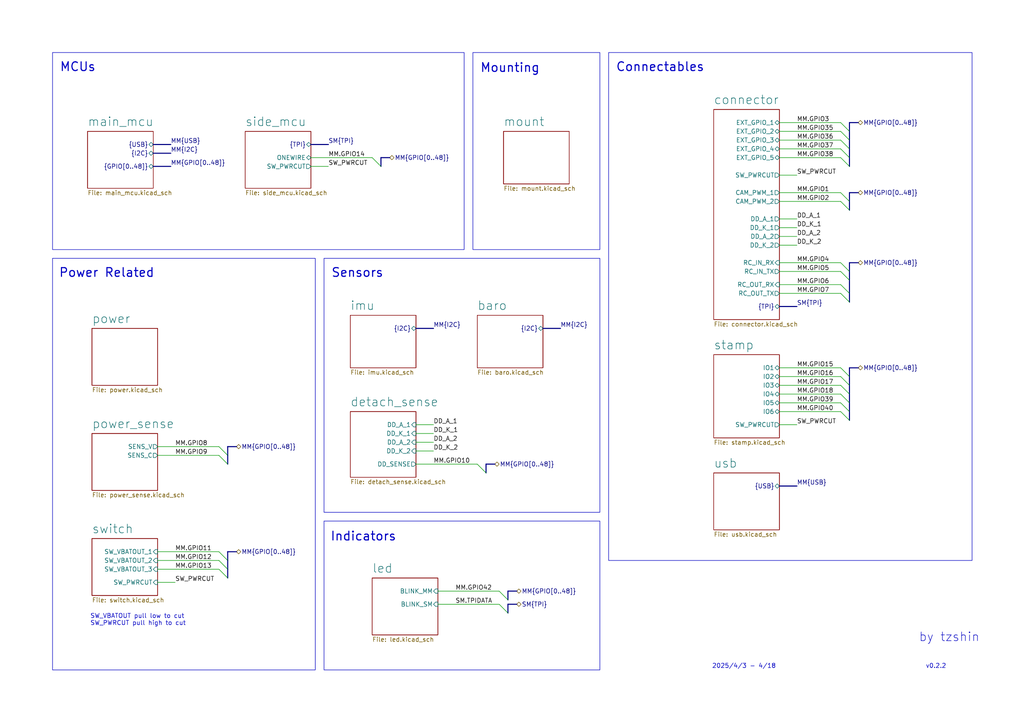
<source format=kicad_sch>
(kicad_sch
	(version 20250114)
	(generator "eeschema")
	(generator_version "9.0")
	(uuid "8eb0a75f-d01a-4f77-b089-39fac6868a70")
	(paper "A4")
	(lib_symbols)
	(bus_alias "USB"
		(members "D-" "D+")
	)
	(rectangle
		(start 137.16 15.24)
		(end 173.99 72.39)
		(stroke
			(width 0)
			(type default)
		)
		(fill
			(type none)
		)
		(uuid 17e7e47a-a92f-4e6a-b128-d86efe2d3464)
	)
	(rectangle
		(start 176.53 15.24)
		(end 281.94 162.56)
		(stroke
			(width 0)
			(type default)
		)
		(fill
			(type none)
		)
		(uuid 65601365-51c8-400e-b6fb-fe9cc37ccc80)
	)
	(rectangle
		(start 93.98 74.93)
		(end 173.99 148.59)
		(stroke
			(width 0)
			(type default)
		)
		(fill
			(type none)
		)
		(uuid 890bb025-b52b-4a4d-8aa8-a03cff2d4620)
	)
	(rectangle
		(start 15.24 74.93)
		(end 91.44 194.31)
		(stroke
			(width 0)
			(type default)
		)
		(fill
			(type none)
		)
		(uuid c75d29a0-150a-4f72-a153-57fc3ea6ccb7)
	)
	(rectangle
		(start 93.98 151.13)
		(end 173.99 194.31)
		(stroke
			(width 0)
			(type default)
		)
		(fill
			(type none)
		)
		(uuid f4889155-a62b-4a7f-b9a9-51d104ef10d8)
	)
	(rectangle
		(start 15.24 15.24)
		(end 134.62 72.39)
		(stroke
			(width 0)
			(type default)
		)
		(fill
			(type none)
		)
		(uuid fcb5d88e-5084-4f8f-8284-67bc93bdf9ee)
	)
	(text "MCUs"
		(exclude_from_sim no)
		(at 17.272 19.558 0)
		(effects
			(font
				(size 2.54 2.54)
				(thickness 0.3175)
			)
			(justify left)
		)
		(uuid "047da27a-622f-4a1b-a3fa-bd473728c2aa")
	)
	(text "Mounting"
		(exclude_from_sim no)
		(at 139.192 19.812 0)
		(effects
			(font
				(size 2.54 2.54)
				(thickness 0.3175)
			)
			(justify left)
		)
		(uuid "4072360b-c5a5-4af9-abbf-f60308f4fb5d")
	)
	(text "Sensors"
		(exclude_from_sim no)
		(at 96.012 79.248 0)
		(effects
			(font
				(size 2.54 2.54)
				(thickness 0.3175)
			)
			(justify left)
		)
		(uuid "42f2489d-09f6-4a27-b30f-35df143ecd50")
	)
	(text "v0.2.2"
		(exclude_from_sim no)
		(at 268.478 193.294 0)
		(effects
			(font
				(size 1.27 1.27)
			)
			(justify left)
		)
		(uuid "43bf0dc5-7bca-4ab4-9e9a-262b0eca751e")
	)
	(text "SW_VBATOUT pull low to cut\nSW_PWRCUT pull high to cut"
		(exclude_from_sim no)
		(at 26.162 179.832 0)
		(effects
			(font
				(size 1.27 1.27)
			)
			(justify left)
		)
		(uuid "495829cf-53c1-4415-bc33-d78ca1837d7d")
	)
	(text "2025/4/3 - 4/18"
		(exclude_from_sim no)
		(at 206.502 193.294 0)
		(effects
			(font
				(size 1.27 1.27)
			)
			(justify left)
		)
		(uuid "833ff039-e3b4-4251-a4ea-8b23007a88ff")
	)
	(text "by tzshin"
		(exclude_from_sim no)
		(at 275.336 184.912 0)
		(effects
			(font
				(size 2.54 2.54)
			)
		)
		(uuid "a2350d85-c85c-46c9-8eaf-89e747d6bf63")
	)
	(text "Connectables"
		(exclude_from_sim no)
		(at 178.562 19.558 0)
		(effects
			(font
				(size 2.54 2.54)
				(thickness 0.3175)
			)
			(justify left)
		)
		(uuid "ceab388c-8a49-452f-9ce0-6507f6988e42")
	)
	(text "Power Related"
		(exclude_from_sim no)
		(at 17.018 79.248 0)
		(effects
			(font
				(size 2.54 2.54)
				(thickness 0.3175)
			)
			(justify left)
		)
		(uuid "e3635ee6-86db-462a-9cf0-a36c4b7d38b3")
	)
	(text "Indicators"
		(exclude_from_sim no)
		(at 95.758 155.702 0)
		(effects
			(font
				(size 2.54 2.54)
				(thickness 0.3175)
			)
			(justify left)
		)
		(uuid "f0a7d829-28bd-40ee-8f92-220d91870ad3")
	)
	(bus_entry
		(at 243.84 111.76)
		(size 2.54 2.54)
		(stroke
			(width 0)
			(type default)
		)
		(uuid "01ac0beb-d3ac-4ae2-af6e-3a3d141daee3")
	)
	(bus_entry
		(at 243.84 119.38)
		(size 2.54 2.54)
		(stroke
			(width 0)
			(type default)
		)
		(uuid "17909d93-99d8-47d6-a22c-b8e255f7ede5")
	)
	(bus_entry
		(at 243.84 114.3)
		(size 2.54 2.54)
		(stroke
			(width 0)
			(type default)
		)
		(uuid "1978fc55-3add-4e27-ab46-c03d41e393ec")
	)
	(bus_entry
		(at 243.84 35.56)
		(size 2.54 2.54)
		(stroke
			(width 0)
			(type default)
		)
		(uuid "1b5c67b5-50a1-4e49-9f48-eda12dcf71ea")
	)
	(bus_entry
		(at 243.84 78.74)
		(size 2.54 2.54)
		(stroke
			(width 0)
			(type default)
		)
		(uuid "1e0b04ae-20c1-4af7-8568-da98ce247380")
	)
	(bus_entry
		(at 63.5 160.02)
		(size 2.54 2.54)
		(stroke
			(width 0)
			(type default)
		)
		(uuid "1ee3cc9e-379f-44a8-aa6c-5c8bc4e3d445")
	)
	(bus_entry
		(at 243.84 85.09)
		(size 2.54 2.54)
		(stroke
			(width 0)
			(type default)
		)
		(uuid "215d6896-fb97-4f96-9b72-77f1936d2afd")
	)
	(bus_entry
		(at 243.84 43.18)
		(size 2.54 2.54)
		(stroke
			(width 0)
			(type default)
		)
		(uuid "241d4667-df3a-4d18-b02d-ceb4df0e847a")
	)
	(bus_entry
		(at 107.95 45.72)
		(size 2.54 2.54)
		(stroke
			(width 0)
			(type default)
		)
		(uuid "3416180d-2e70-4c65-a823-5ca54d974a7d")
	)
	(bus_entry
		(at 243.84 116.84)
		(size 2.54 2.54)
		(stroke
			(width 0)
			(type default)
		)
		(uuid "3f25342e-8476-46de-b6f0-0d0b89817457")
	)
	(bus_entry
		(at 147.32 177.8)
		(size -2.54 -2.54)
		(stroke
			(width 0)
			(type default)
		)
		(uuid "47d49598-6074-49d3-8470-43858a6e7aab")
	)
	(bus_entry
		(at 243.84 45.72)
		(size 2.54 2.54)
		(stroke
			(width 0)
			(type default)
		)
		(uuid "48e471a4-f472-46dc-8385-3953152022a4")
	)
	(bus_entry
		(at 63.5 132.08)
		(size 2.54 2.54)
		(stroke
			(width 0)
			(type default)
		)
		(uuid "62ea3970-47c1-4a45-8163-c02d64055b04")
	)
	(bus_entry
		(at 243.84 40.64)
		(size 2.54 2.54)
		(stroke
			(width 0)
			(type default)
		)
		(uuid "715ff597-78dc-4725-a399-2fe90874a500")
	)
	(bus_entry
		(at 243.84 106.68)
		(size 2.54 2.54)
		(stroke
			(width 0)
			(type default)
		)
		(uuid "885a73c9-8c02-4f72-8aa4-d9151b2e0214")
	)
	(bus_entry
		(at 243.84 58.42)
		(size 2.54 2.54)
		(stroke
			(width 0)
			(type default)
		)
		(uuid "8d2dcbb6-90aa-4209-a323-0b43a9ecdd54")
	)
	(bus_entry
		(at 147.32 173.99)
		(size -2.54 -2.54)
		(stroke
			(width 0)
			(type default)
		)
		(uuid "a42a1bbc-fcd4-4fa7-ab56-698c71cfe02b")
	)
	(bus_entry
		(at 63.5 129.54)
		(size 2.54 2.54)
		(stroke
			(width 0)
			(type default)
		)
		(uuid "a8619d82-842f-403e-accd-065c78639a40")
	)
	(bus_entry
		(at 243.84 82.55)
		(size 2.54 2.54)
		(stroke
			(width 0)
			(type default)
		)
		(uuid "b8a9b7f6-3c6e-4379-9dd5-e7e2b4fbc7e6")
	)
	(bus_entry
		(at 243.84 38.1)
		(size 2.54 2.54)
		(stroke
			(width 0)
			(type default)
		)
		(uuid "bd16fb70-337d-40f6-91c1-ddc4f203d30e")
	)
	(bus_entry
		(at 243.84 55.88)
		(size 2.54 2.54)
		(stroke
			(width 0)
			(type default)
		)
		(uuid "be285932-5e99-46d9-bb54-340619641a5a")
	)
	(bus_entry
		(at 63.5 162.56)
		(size 2.54 2.54)
		(stroke
			(width 0)
			(type default)
		)
		(uuid "c560052e-dbb6-48e4-b39f-89c03b77a2d3")
	)
	(bus_entry
		(at 63.5 165.1)
		(size 2.54 2.54)
		(stroke
			(width 0)
			(type default)
		)
		(uuid "caf5a821-556d-406c-a303-e30613e7ef87")
	)
	(bus_entry
		(at 243.84 76.2)
		(size 2.54 2.54)
		(stroke
			(width 0)
			(type default)
		)
		(uuid "d1a220c6-90e5-4572-ba09-d25f71f8e5fd")
	)
	(bus_entry
		(at 243.84 109.22)
		(size 2.54 2.54)
		(stroke
			(width 0)
			(type default)
		)
		(uuid "d534109d-fe02-45d4-84a0-3765478c0aa1")
	)
	(bus_entry
		(at 138.43 134.62)
		(size 2.54 2.54)
		(stroke
			(width 0)
			(type default)
		)
		(uuid "f275f7e0-629c-4e01-b9de-0f9bfc3fd18f")
	)
	(bus
		(pts
			(xy 246.38 114.3) (xy 246.38 116.84)
		)
		(stroke
			(width 0)
			(type default)
		)
		(uuid "006330ab-e010-45da-a6a8-d1a099518228")
	)
	(bus
		(pts
			(xy 226.06 140.97) (xy 231.14 140.97)
		)
		(stroke
			(width 0)
			(type default)
		)
		(uuid "056d4e5d-db74-4f57-ae2a-34e9cae85442")
	)
	(wire
		(pts
			(xy 120.65 128.27) (xy 125.73 128.27)
		)
		(stroke
			(width 0)
			(type default)
		)
		(uuid "085acbd9-8eaf-48fe-83d1-479a4d5edadd")
	)
	(wire
		(pts
			(xy 226.06 119.38) (xy 243.84 119.38)
		)
		(stroke
			(width 0)
			(type default)
		)
		(uuid "0d5ebef7-ef06-4cd1-81e1-5b8497bbdf51")
	)
	(bus
		(pts
			(xy 246.38 85.09) (xy 246.38 87.63)
		)
		(stroke
			(width 0)
			(type default)
		)
		(uuid "10c7725c-86ac-4b51-b924-aa2d4228ad7f")
	)
	(wire
		(pts
			(xy 90.17 45.72) (xy 107.95 45.72)
		)
		(stroke
			(width 0)
			(type default)
		)
		(uuid "10e84a7b-94eb-41f6-900a-9a54dea21c07")
	)
	(bus
		(pts
			(xy 246.38 35.56) (xy 248.92 35.56)
		)
		(stroke
			(width 0)
			(type default)
		)
		(uuid "174935cb-f763-4f5b-b0d6-5416dba99f62")
	)
	(bus
		(pts
			(xy 246.38 106.68) (xy 246.38 109.22)
		)
		(stroke
			(width 0)
			(type default)
		)
		(uuid "17d9a0e3-9b0f-4f16-b12c-5ba52281ff3c")
	)
	(bus
		(pts
			(xy 44.45 41.91) (xy 49.53 41.91)
		)
		(stroke
			(width 0)
			(type default)
		)
		(uuid "19f2f49a-03f2-48fc-9ed1-5ad455e135b0")
	)
	(bus
		(pts
			(xy 66.04 160.02) (xy 68.58 160.02)
		)
		(stroke
			(width 0)
			(type default)
		)
		(uuid "1be9ccf7-bce3-4148-a828-62b7f932d190")
	)
	(bus
		(pts
			(xy 246.38 76.2) (xy 248.92 76.2)
		)
		(stroke
			(width 0)
			(type default)
		)
		(uuid "201171d8-b8c3-495a-80f3-c06c778210e5")
	)
	(wire
		(pts
			(xy 226.06 40.64) (xy 243.84 40.64)
		)
		(stroke
			(width 0)
			(type default)
		)
		(uuid "267b3989-cd6f-48d0-870c-0f0900477e20")
	)
	(bus
		(pts
			(xy 147.32 175.26) (xy 149.86 175.26)
		)
		(stroke
			(width 0)
			(type default)
		)
		(uuid "26de2288-8e1a-49b9-92f8-df46bf705c77")
	)
	(bus
		(pts
			(xy 110.49 45.72) (xy 113.03 45.72)
		)
		(stroke
			(width 0)
			(type default)
		)
		(uuid "296b3729-23a8-48d0-9eb0-6fe0a1ed6308")
	)
	(bus
		(pts
			(xy 246.38 58.42) (xy 246.38 60.96)
		)
		(stroke
			(width 0)
			(type default)
		)
		(uuid "2a326f4b-6381-4de9-8d03-a06b7eda5434")
	)
	(bus
		(pts
			(xy 246.38 38.1) (xy 246.38 40.64)
		)
		(stroke
			(width 0)
			(type default)
		)
		(uuid "2afec845-15ea-4888-a389-df10e2b8567e")
	)
	(wire
		(pts
			(xy 226.06 38.1) (xy 243.84 38.1)
		)
		(stroke
			(width 0)
			(type default)
		)
		(uuid "336745b1-a820-473f-81c6-022ed98d26e6")
	)
	(bus
		(pts
			(xy 44.45 48.26) (xy 49.53 48.26)
		)
		(stroke
			(width 0)
			(type default)
		)
		(uuid "36168938-b682-4bc3-a95d-a0e82369412e")
	)
	(wire
		(pts
			(xy 226.06 116.84) (xy 243.84 116.84)
		)
		(stroke
			(width 0)
			(type default)
		)
		(uuid "373fff89-55bc-42c4-b710-dd2051e34160")
	)
	(bus
		(pts
			(xy 66.04 129.54) (xy 66.04 132.08)
		)
		(stroke
			(width 0)
			(type default)
		)
		(uuid "374681ec-e97b-421d-b135-c12f422e4f4a")
	)
	(wire
		(pts
			(xy 45.72 162.56) (xy 63.5 162.56)
		)
		(stroke
			(width 0)
			(type default)
		)
		(uuid "381a5f32-7993-42be-9c38-26f99ce63882")
	)
	(bus
		(pts
			(xy 90.17 41.91) (xy 95.25 41.91)
		)
		(stroke
			(width 0)
			(type default)
		)
		(uuid "402987e3-34f1-40da-9542-16d767469527")
	)
	(wire
		(pts
			(xy 127 171.45) (xy 144.78 171.45)
		)
		(stroke
			(width 0)
			(type default)
		)
		(uuid "4119340c-4b10-4e01-a586-3e7f2538624b")
	)
	(bus
		(pts
			(xy 246.38 106.68) (xy 248.92 106.68)
		)
		(stroke
			(width 0)
			(type default)
		)
		(uuid "42d4072e-28e5-40cf-a412-003e06c2e597")
	)
	(wire
		(pts
			(xy 226.06 68.58) (xy 231.14 68.58)
		)
		(stroke
			(width 0)
			(type default)
		)
		(uuid "4457d14f-c55d-433a-b1f4-ba6bd442b00e")
	)
	(wire
		(pts
			(xy 226.06 71.12) (xy 231.14 71.12)
		)
		(stroke
			(width 0)
			(type default)
		)
		(uuid "46dcd7a1-b901-4cd7-be7f-dc5343e849c7")
	)
	(wire
		(pts
			(xy 120.65 134.62) (xy 138.43 134.62)
		)
		(stroke
			(width 0)
			(type default)
		)
		(uuid "4de1ed94-4ab1-42a0-ae83-ab49164fafbe")
	)
	(bus
		(pts
			(xy 147.32 175.26) (xy 147.32 177.8)
		)
		(stroke
			(width 0)
			(type default)
		)
		(uuid "4fb2fb88-e5a0-40f0-8e8a-8ae8d728212f")
	)
	(wire
		(pts
			(xy 226.06 63.5) (xy 231.14 63.5)
		)
		(stroke
			(width 0)
			(type default)
		)
		(uuid "583c540e-478f-4151-9e39-175ad3f7d659")
	)
	(wire
		(pts
			(xy 45.72 129.54) (xy 63.5 129.54)
		)
		(stroke
			(width 0)
			(type default)
		)
		(uuid "58945f52-aff0-4e2e-80ff-dead7cbb38d2")
	)
	(wire
		(pts
			(xy 226.06 76.2) (xy 243.84 76.2)
		)
		(stroke
			(width 0)
			(type default)
		)
		(uuid "5b455b8f-7d53-4e97-9ca4-ae0c5054b37c")
	)
	(bus
		(pts
			(xy 147.32 171.45) (xy 147.32 173.99)
		)
		(stroke
			(width 0)
			(type default)
		)
		(uuid "5bd81051-989d-48b1-b180-4f6fa1384875")
	)
	(bus
		(pts
			(xy 140.97 134.62) (xy 140.97 137.16)
		)
		(stroke
			(width 0)
			(type default)
		)
		(uuid "5cd12b18-1f94-4bb5-8191-cec64023a494")
	)
	(bus
		(pts
			(xy 246.38 116.84) (xy 246.38 119.38)
		)
		(stroke
			(width 0)
			(type default)
		)
		(uuid "5ea3404b-b007-4a71-9b15-bc23f572bbfc")
	)
	(bus
		(pts
			(xy 246.38 40.64) (xy 246.38 43.18)
		)
		(stroke
			(width 0)
			(type default)
		)
		(uuid "602673b0-8426-475d-97e6-93dbddfa4651")
	)
	(wire
		(pts
			(xy 45.72 160.02) (xy 63.5 160.02)
		)
		(stroke
			(width 0)
			(type default)
		)
		(uuid "61f2940b-1a03-4aeb-8095-a6fe1becdb7a")
	)
	(wire
		(pts
			(xy 226.06 123.19) (xy 231.14 123.19)
		)
		(stroke
			(width 0)
			(type default)
		)
		(uuid "6215fb99-dbd5-4a25-9222-348eb94af5f7")
	)
	(bus
		(pts
			(xy 246.38 35.56) (xy 246.38 38.1)
		)
		(stroke
			(width 0)
			(type default)
		)
		(uuid "67bba1ba-5a34-4cb2-8dd4-a2392973d270")
	)
	(wire
		(pts
			(xy 226.06 50.8) (xy 231.14 50.8)
		)
		(stroke
			(width 0)
			(type default)
		)
		(uuid "706a57dd-a736-4c74-a4d2-a5cfb8226481")
	)
	(bus
		(pts
			(xy 246.38 45.72) (xy 246.38 48.26)
		)
		(stroke
			(width 0)
			(type default)
		)
		(uuid "75cfa080-9b82-40e2-9513-11eb1f9b8f73")
	)
	(wire
		(pts
			(xy 226.06 58.42) (xy 243.84 58.42)
		)
		(stroke
			(width 0)
			(type default)
		)
		(uuid "75e399e2-bbed-40d7-a8d4-fa6ca0c31601")
	)
	(bus
		(pts
			(xy 66.04 162.56) (xy 66.04 165.1)
		)
		(stroke
			(width 0)
			(type default)
		)
		(uuid "79610d54-d7f3-4439-adc0-fc200c89c837")
	)
	(bus
		(pts
			(xy 246.38 55.88) (xy 248.92 55.88)
		)
		(stroke
			(width 0)
			(type default)
		)
		(uuid "7c5298ee-2cf7-44e4-83b8-0f3867905de6")
	)
	(bus
		(pts
			(xy 66.04 129.54) (xy 68.58 129.54)
		)
		(stroke
			(width 0)
			(type default)
		)
		(uuid "804aec06-0152-4144-9e41-6a851325fb11")
	)
	(wire
		(pts
			(xy 120.65 125.73) (xy 125.73 125.73)
		)
		(stroke
			(width 0)
			(type default)
		)
		(uuid "85d6d32b-7825-4dbb-ad48-77dfdd9cc4cb")
	)
	(bus
		(pts
			(xy 246.38 78.74) (xy 246.38 81.28)
		)
		(stroke
			(width 0)
			(type default)
		)
		(uuid "8634a510-079b-4080-ad9c-e763fcc0dd36")
	)
	(bus
		(pts
			(xy 246.38 81.28) (xy 246.38 85.09)
		)
		(stroke
			(width 0)
			(type default)
		)
		(uuid "864229fb-8ee8-4bea-ab6e-b94e82f55888")
	)
	(wire
		(pts
			(xy 226.06 109.22) (xy 243.84 109.22)
		)
		(stroke
			(width 0)
			(type default)
		)
		(uuid "8c429857-73b9-4666-8898-e1753f7a7e3e")
	)
	(wire
		(pts
			(xy 226.06 85.09) (xy 243.84 85.09)
		)
		(stroke
			(width 0)
			(type default)
		)
		(uuid "8c79dafb-745e-4e6c-8e4a-5d23abd86648")
	)
	(wire
		(pts
			(xy 226.06 66.04) (xy 231.14 66.04)
		)
		(stroke
			(width 0)
			(type default)
		)
		(uuid "917c3603-24f3-4220-803a-93575188ca2f")
	)
	(bus
		(pts
			(xy 157.48 95.25) (xy 162.56 95.25)
		)
		(stroke
			(width 0)
			(type default)
		)
		(uuid "982aa744-cf52-446f-bd4b-cd15ff9da052")
	)
	(bus
		(pts
			(xy 140.97 134.62) (xy 143.51 134.62)
		)
		(stroke
			(width 0)
			(type default)
		)
		(uuid "98d8704a-bfa4-4545-a024-13065cdac4ec")
	)
	(bus
		(pts
			(xy 66.04 132.08) (xy 66.04 134.62)
		)
		(stroke
			(width 0)
			(type default)
		)
		(uuid "9ab7f331-5574-4529-84a8-bd81ee2ee784")
	)
	(bus
		(pts
			(xy 120.65 95.25) (xy 125.73 95.25)
		)
		(stroke
			(width 0)
			(type default)
		)
		(uuid "a088189a-6e38-4845-8762-72af4e726019")
	)
	(bus
		(pts
			(xy 246.38 111.76) (xy 246.38 114.3)
		)
		(stroke
			(width 0)
			(type default)
		)
		(uuid "a16f7129-ef53-4bf4-a459-0bc9272d825a")
	)
	(bus
		(pts
			(xy 246.38 109.22) (xy 246.38 111.76)
		)
		(stroke
			(width 0)
			(type default)
		)
		(uuid "a2158e66-c5cc-4f5d-950d-fd6ffd112269")
	)
	(wire
		(pts
			(xy 127 175.26) (xy 144.78 175.26)
		)
		(stroke
			(width 0)
			(type default)
		)
		(uuid "adf88bec-6af8-4ba1-b8b2-316439bd9fff")
	)
	(bus
		(pts
			(xy 246.38 43.18) (xy 246.38 45.72)
		)
		(stroke
			(width 0)
			(type default)
		)
		(uuid "b457d4d9-495d-42d4-9b4d-ac86c5b07d4e")
	)
	(wire
		(pts
			(xy 45.72 132.08) (xy 63.5 132.08)
		)
		(stroke
			(width 0)
			(type default)
		)
		(uuid "b60ae235-da6f-485c-a9f8-bcad57c4b837")
	)
	(wire
		(pts
			(xy 226.06 106.68) (xy 243.84 106.68)
		)
		(stroke
			(width 0)
			(type default)
		)
		(uuid "b6387daa-30ab-44c8-914d-0ac99d67ba45")
	)
	(bus
		(pts
			(xy 246.38 55.88) (xy 246.38 58.42)
		)
		(stroke
			(width 0)
			(type default)
		)
		(uuid "bd12635b-b368-421d-92e8-7c6eb9f42eaf")
	)
	(bus
		(pts
			(xy 110.49 45.72) (xy 110.49 48.26)
		)
		(stroke
			(width 0)
			(type default)
		)
		(uuid "be1b8bb5-42d2-4d68-9bfb-2d6548a34862")
	)
	(bus
		(pts
			(xy 44.45 44.45) (xy 49.53 44.45)
		)
		(stroke
			(width 0)
			(type default)
		)
		(uuid "be8acd15-626f-400c-bd5b-8d73d3d31f9d")
	)
	(wire
		(pts
			(xy 226.06 78.74) (xy 243.84 78.74)
		)
		(stroke
			(width 0)
			(type default)
		)
		(uuid "bfb80e27-e8e7-44b9-9d16-b07444939936")
	)
	(bus
		(pts
			(xy 66.04 165.1) (xy 66.04 167.64)
		)
		(stroke
			(width 0)
			(type default)
		)
		(uuid "c380f7bd-f274-4f73-af28-bc19c733d820")
	)
	(wire
		(pts
			(xy 226.06 114.3) (xy 243.84 114.3)
		)
		(stroke
			(width 0)
			(type default)
		)
		(uuid "c7ece56d-dcf6-4b3f-b21b-7228bdf50950")
	)
	(wire
		(pts
			(xy 120.65 123.19) (xy 125.73 123.19)
		)
		(stroke
			(width 0)
			(type default)
		)
		(uuid "cbdb98a5-fa6d-42e6-b291-16a98965d8fd")
	)
	(bus
		(pts
			(xy 147.32 171.45) (xy 149.86 171.45)
		)
		(stroke
			(width 0)
			(type default)
		)
		(uuid "d268b8a7-994f-4505-bd38-e388c0e31e09")
	)
	(wire
		(pts
			(xy 120.65 130.81) (xy 125.73 130.81)
		)
		(stroke
			(width 0)
			(type default)
		)
		(uuid "d279120a-65c8-40c4-bbc5-b5a83ab897f5")
	)
	(bus
		(pts
			(xy 246.38 76.2) (xy 246.38 78.74)
		)
		(stroke
			(width 0)
			(type default)
		)
		(uuid "d37054a5-fbf8-40ef-8f73-b3b6e78db40d")
	)
	(bus
		(pts
			(xy 226.06 88.9) (xy 231.14 88.9)
		)
		(stroke
			(width 0)
			(type default)
		)
		(uuid "d50bf9d9-009f-454f-b988-b937df659b11")
	)
	(wire
		(pts
			(xy 226.06 111.76) (xy 243.84 111.76)
		)
		(stroke
			(width 0)
			(type default)
		)
		(uuid "d5cd89c9-8cff-4028-8d0f-e5e15c09e6a8")
	)
	(wire
		(pts
			(xy 226.06 55.88) (xy 243.84 55.88)
		)
		(stroke
			(width 0)
			(type default)
		)
		(uuid "d5efaedd-0d5c-4b1e-9908-b2f7dbabba3f")
	)
	(wire
		(pts
			(xy 45.72 165.1) (xy 63.5 165.1)
		)
		(stroke
			(width 0)
			(type default)
		)
		(uuid "de15d044-8997-4b3b-8844-b90fbf72e301")
	)
	(wire
		(pts
			(xy 90.17 48.26) (xy 95.25 48.26)
		)
		(stroke
			(width 0)
			(type default)
		)
		(uuid "efa16fdf-0f00-4720-b011-a907e0ee779e")
	)
	(wire
		(pts
			(xy 226.06 43.18) (xy 243.84 43.18)
		)
		(stroke
			(width 0)
			(type default)
		)
		(uuid "f085958a-3e40-4600-9c1e-9178214548c1")
	)
	(wire
		(pts
			(xy 226.06 35.56) (xy 243.84 35.56)
		)
		(stroke
			(width 0)
			(type default)
		)
		(uuid "f2128385-33bf-49c4-93be-79c0b9d1fef8")
	)
	(bus
		(pts
			(xy 66.04 160.02) (xy 66.04 162.56)
		)
		(stroke
			(width 0)
			(type default)
		)
		(uuid "f40890d3-c346-41d4-9505-66f3f5567b24")
	)
	(wire
		(pts
			(xy 226.06 82.55) (xy 243.84 82.55)
		)
		(stroke
			(width 0)
			(type default)
		)
		(uuid "f4722e47-35f1-4cc7-9482-ead721253934")
	)
	(wire
		(pts
			(xy 226.06 45.72) (xy 243.84 45.72)
		)
		(stroke
			(width 0)
			(type default)
		)
		(uuid "f61c9a87-50e5-4698-8e1d-f2f897919d36")
	)
	(wire
		(pts
			(xy 45.72 168.91) (xy 50.8 168.91)
		)
		(stroke
			(width 0)
			(type default)
		)
		(uuid "fb441152-29c6-4839-bb92-969a56ece0fa")
	)
	(bus
		(pts
			(xy 246.38 119.38) (xy 246.38 121.92)
		)
		(stroke
			(width 0)
			(type default)
		)
		(uuid "fb4d612f-117b-4dd9-9601-2eab303439bb")
	)
	(label "DD_A_2"
		(at 125.73 128.27 0)
		(effects
			(font
				(size 1.27 1.27)
			)
			(justify left bottom)
		)
		(uuid "019cfcd2-bc8a-4e1a-99c3-542504824160")
	)
	(label "MM.GPIO11"
		(at 50.8 160.02 0)
		(effects
			(font
				(size 1.27 1.27)
			)
			(justify left bottom)
		)
		(uuid "146fbe91-f1d6-4d47-88ee-dd6c4cde4de4")
	)
	(label "DD_A_2"
		(at 231.14 68.58 0)
		(effects
			(font
				(size 1.27 1.27)
			)
			(justify left bottom)
		)
		(uuid "20b8d08e-0eb8-4246-8580-d42843237c68")
	)
	(label "MM.GPIO17"
		(at 231.14 111.76 0)
		(effects
			(font
				(size 1.27 1.27)
			)
			(justify left bottom)
		)
		(uuid "222279b1-c93d-4d03-b2da-12938807e721")
	)
	(label "DD_A_1"
		(at 125.73 123.19 0)
		(effects
			(font
				(size 1.27 1.27)
			)
			(justify left bottom)
		)
		(uuid "259daa5b-9e47-481c-bc35-6b9e7c7d8c32")
	)
	(label "DD_K_1"
		(at 231.14 66.04 0)
		(effects
			(font
				(size 1.27 1.27)
			)
			(justify left bottom)
		)
		(uuid "314e3439-ac33-4bbd-b88b-252e3cab8c95")
	)
	(label "SM{TPI}"
		(at 231.14 88.9 0)
		(effects
			(font
				(size 1.27 1.27)
			)
			(justify left bottom)
		)
		(uuid "371283e2-a6a4-40d1-9f52-7515ed5cbce7")
	)
	(label "MM.GPIO8"
		(at 50.8 129.54 0)
		(effects
			(font
				(size 1.27 1.27)
			)
			(justify left bottom)
		)
		(uuid "3b4f69d1-5bb6-4c79-97f5-761a907b5fd2")
	)
	(label "MM.GPIO7"
		(at 231.14 85.09 0)
		(effects
			(font
				(size 1.27 1.27)
			)
			(justify left bottom)
		)
		(uuid "482df079-b867-4bcd-ae8c-f1eeb12d87c8")
	)
	(label "DD_K_2"
		(at 125.73 130.81 0)
		(effects
			(font
				(size 1.27 1.27)
			)
			(justify left bottom)
		)
		(uuid "4e330b6c-8738-4895-a51a-a8f152078f9c")
	)
	(label "MM.GPIO13"
		(at 50.8 165.1 0)
		(effects
			(font
				(size 1.27 1.27)
			)
			(justify left bottom)
		)
		(uuid "5743dfa5-7e40-48b9-b2d5-555f6a656db9")
	)
	(label "DD_K_1"
		(at 125.73 125.73 0)
		(effects
			(font
				(size 1.27 1.27)
			)
			(justify left bottom)
		)
		(uuid "57762ed4-6a7b-49c3-952d-957529b93677")
	)
	(label "MM.GPIO39"
		(at 231.14 116.84 0)
		(effects
			(font
				(size 1.27 1.27)
			)
			(justify left bottom)
		)
		(uuid "61ab43f6-9d3c-47c1-97f3-3af3f4764f73")
	)
	(label "MM.GPIO3"
		(at 231.14 35.56 0)
		(effects
			(font
				(size 1.27 1.27)
			)
			(justify left bottom)
		)
		(uuid "6c309c9a-c552-4395-a6e3-2a69e5b89fc2")
	)
	(label "SM{TPI}"
		(at 95.25 41.91 0)
		(effects
			(font
				(size 1.27 1.27)
			)
			(justify left bottom)
		)
		(uuid "79a01e1f-4a26-4c1e-9499-200e4fd412bb")
	)
	(label "MM.GPIO42"
		(at 132.08 171.45 0)
		(effects
			(font
				(size 1.27 1.27)
			)
			(justify left bottom)
		)
		(uuid "7a90b154-e4bf-4340-a9c0-46f3f2d65e4d")
	)
	(label "MM{I2C}"
		(at 49.53 44.45 0)
		(effects
			(font
				(size 1.27 1.27)
			)
			(justify left bottom)
		)
		(uuid "7f3cbe90-ba58-4616-8c13-676be9ff38c4")
	)
	(label "MM.GPIO10"
		(at 125.73 134.62 0)
		(effects
			(font
				(size 1.27 1.27)
			)
			(justify left bottom)
		)
		(uuid "8854e9a1-83e1-4ee6-9854-d7928e41bc26")
	)
	(label "MM{I2C}"
		(at 162.56 95.25 0)
		(effects
			(font
				(size 1.27 1.27)
			)
			(justify left bottom)
		)
		(uuid "8f9aeb3f-5cb2-42ba-a795-811b7ccb7cb9")
	)
	(label "SW_PWRCUT"
		(at 231.14 123.19 0)
		(effects
			(font
				(size 1.27 1.27)
			)
			(justify left bottom)
		)
		(uuid "90f338b4-8b25-4dda-b4b4-591169673992")
	)
	(label "MM.GPIO5"
		(at 231.14 78.74 0)
		(effects
			(font
				(size 1.27 1.27)
			)
			(justify left bottom)
		)
		(uuid "918c6df1-bb49-4ffb-99cb-76e511726171")
	)
	(label "MM.GPIO38"
		(at 231.14 45.72 0)
		(effects
			(font
				(size 1.27 1.27)
			)
			(justify left bottom)
		)
		(uuid "91b36220-1c00-49b5-bcea-8d9a6ceae225")
	)
	(label "MM{USB}"
		(at 49.53 41.91 0)
		(effects
			(font
				(size 1.27 1.27)
			)
			(justify left bottom)
		)
		(uuid "96343386-0da7-48e4-9e7a-6dc5f60e8149")
	)
	(label "SW_PWRCUT"
		(at 231.14 50.8 0)
		(effects
			(font
				(size 1.27 1.27)
			)
			(justify left bottom)
		)
		(uuid "9ab247fe-57b0-4a44-94d2-8eda2b35b7b3")
	)
	(label "MM.GPIO35"
		(at 231.14 38.1 0)
		(effects
			(font
				(size 1.27 1.27)
			)
			(justify left bottom)
		)
		(uuid "9ace1e5a-60a9-432d-a3ad-a4bb5e468a14")
	)
	(label "MM.GPIO16"
		(at 231.14 109.22 0)
		(effects
			(font
				(size 1.27 1.27)
			)
			(justify left bottom)
		)
		(uuid "9dc3ba7a-6f58-4c8d-81e4-395fca227e96")
	)
	(label "SW_PWRCUT"
		(at 50.8 168.91 0)
		(effects
			(font
				(size 1.27 1.27)
			)
			(justify left bottom)
		)
		(uuid "a0523995-82e9-4ac4-88f6-0d03b1fbcb83")
	)
	(label "MM{GPIO[0..48]}"
		(at 49.53 48.26 0)
		(effects
			(font
				(size 1.27 1.27)
			)
			(justify left bottom)
		)
		(uuid "aeff2561-daf4-4a19-bddb-b1972cdd8eaf")
	)
	(label "SW_PWRCUT"
		(at 95.25 48.26 0)
		(effects
			(font
				(size 1.27 1.27)
			)
			(justify left bottom)
		)
		(uuid "b7241b08-1385-425c-abe5-051a9979239c")
	)
	(label "MM.GPIO2"
		(at 231.14 58.42 0)
		(effects
			(font
				(size 1.27 1.27)
			)
			(justify left bottom)
		)
		(uuid "b743aecd-4299-42f3-8a21-8f93e37b4b99")
	)
	(label "MM{I2C}"
		(at 125.73 95.25 0)
		(effects
			(font
				(size 1.27 1.27)
			)
			(justify left bottom)
		)
		(uuid "bc3ff45a-c0c9-4774-9e33-8601e083d7ed")
	)
	(label "DD_K_2"
		(at 231.14 71.12 0)
		(effects
			(font
				(size 1.27 1.27)
			)
			(justify left bottom)
		)
		(uuid "bfb4214c-ae3a-4dd4-a083-0902b1b29c18")
	)
	(label "SM.TPIDATA"
		(at 132.08 175.26 0)
		(effects
			(font
				(size 1.27 1.27)
			)
			(justify left bottom)
		)
		(uuid "c1a18c14-d72f-48cd-9dd7-9647f6fa8606")
	)
	(label "MM.GPIO4"
		(at 231.14 76.2 0)
		(effects
			(font
				(size 1.27 1.27)
			)
			(justify left bottom)
		)
		(uuid "c7488dbc-e2e8-4013-8ea1-33b7227c8cc9")
	)
	(label "MM.GPIO14"
		(at 95.25 45.72 0)
		(effects
			(font
				(size 1.27 1.27)
			)
			(justify left bottom)
		)
		(uuid "c9223603-3795-48e7-abe1-eb35f55d0ef8")
	)
	(label "MM.GPIO6"
		(at 231.14 82.55 0)
		(effects
			(font
				(size 1.27 1.27)
			)
			(justify left bottom)
		)
		(uuid "cc5550ca-375b-46a3-b125-fc3badce118a")
	)
	(label "MM.GPIO12"
		(at 50.8 162.56 0)
		(effects
			(font
				(size 1.27 1.27)
			)
			(justify left bottom)
		)
		(uuid "cff00a4c-5a81-4541-b3b2-1877ed9e77e9")
	)
	(label "MM.GPIO36"
		(at 231.14 40.64 0)
		(effects
			(font
				(size 1.27 1.27)
			)
			(justify left bottom)
		)
		(uuid "d4f2a1ad-afbd-4069-b90c-a44770669762")
	)
	(label "MM.GPIO15"
		(at 231.14 106.68 0)
		(effects
			(font
				(size 1.27 1.27)
			)
			(justify left bottom)
		)
		(uuid "d6339b36-78e4-4313-a862-542d3ac025e1")
	)
	(label "MM.GPIO40"
		(at 231.14 119.38 0)
		(effects
			(font
				(size 1.27 1.27)
			)
			(justify left bottom)
		)
		(uuid "dbddb122-2967-4c15-b213-6a6f50327d9c")
	)
	(label "MM.GPIO18"
		(at 231.14 114.3 0)
		(effects
			(font
				(size 1.27 1.27)
			)
			(justify left bottom)
		)
		(uuid "e7947296-fec2-488e-abd3-2ad5a3cfae6e")
	)
	(label "MM{USB}"
		(at 231.14 140.97 0)
		(effects
			(font
				(size 1.27 1.27)
			)
			(justify left bottom)
		)
		(uuid "f32d1e94-467f-4f91-8ff1-94c5b475f630")
	)
	(label "MM.GPIO9"
		(at 50.8 132.08 0)
		(effects
			(font
				(size 1.27 1.27)
			)
			(justify left bottom)
		)
		(uuid "f527ea7d-8bfe-46f2-8786-29197d6d131a")
	)
	(label "MM.GPIO37"
		(at 231.14 43.18 0)
		(effects
			(font
				(size 1.27 1.27)
			)
			(justify left bottom)
		)
		(uuid "f79e9c4b-4968-41cf-9de3-0dcff39875e1")
	)
	(label "DD_A_1"
		(at 231.14 63.5 0)
		(effects
			(font
				(size 1.27 1.27)
			)
			(justify left bottom)
		)
		(uuid "f997f1bb-9506-46ed-88da-6aea7d2210e2")
	)
	(label "MM.GPIO1"
		(at 231.14 55.88 0)
		(effects
			(font
				(size 1.27 1.27)
			)
			(justify left bottom)
		)
		(uuid "fd6f3aac-59e5-46fc-ab29-d7c6da3b5c04")
	)
	(hierarchical_label "MM{GPIO[0..48]}"
		(shape bidirectional)
		(at 248.92 106.68 0)
		(effects
			(font
				(size 1.27 1.27)
			)
			(justify left)
		)
		(uuid "15f7ea2b-59aa-4264-b987-b749a2540df4")
	)
	(hierarchical_label "MM{GPIO[0..48]}"
		(shape bidirectional)
		(at 113.03 45.72 0)
		(effects
			(font
				(size 1.27 1.27)
			)
			(justify left)
		)
		(uuid "2ec43938-a7bb-48e5-b16b-352aa1aca305")
	)
	(hierarchical_label "MM{GPIO[0..48]}"
		(shape bidirectional)
		(at 68.58 129.54 0)
		(effects
			(font
				(size 1.27 1.27)
			)
			(justify left)
		)
		(uuid "735a1451-dc57-4cf9-a609-1199bba8c287")
	)
	(hierarchical_label "MM{GPIO[0..48]}"
		(shape bidirectional)
		(at 248.92 76.2 0)
		(effects
			(font
				(size 1.27 1.27)
			)
			(justify left)
		)
		(uuid "8607fa1a-499c-4bf4-a7ad-c3d95a0686f1")
	)
	(hierarchical_label "MM{GPIO[0..48]}"
		(shape bidirectional)
		(at 68.58 160.02 0)
		(effects
			(font
				(size 1.27 1.27)
			)
			(justify left)
		)
		(uuid "9896dc23-9d3c-40fe-a648-0189ab34377e")
	)
	(hierarchical_label "MM{GPIO[0..48]}"
		(shape bidirectional)
		(at 143.51 134.62 0)
		(effects
			(font
				(size 1.27 1.27)
			)
			(justify left)
		)
		(uuid "b7f21642-ebfb-4c58-8804-07623977f8b9")
	)
	(hierarchical_label "SM{TPI}"
		(shape bidirectional)
		(at 149.86 175.26 0)
		(effects
			(font
				(size 1.27 1.27)
			)
			(justify left)
		)
		(uuid "e285b01e-02e5-44ac-9eb7-657ca863b888")
	)
	(hierarchical_label "MM{GPIO[0..48]}"
		(shape bidirectional)
		(at 248.92 55.88 0)
		(effects
			(font
				(size 1.27 1.27)
			)
			(justify left)
		)
		(uuid "e9eb1b7b-0e29-4e0b-81a5-72e9050e4fd0")
	)
	(hierarchical_label "MM{GPIO[0..48]}"
		(shape bidirectional)
		(at 149.86 171.45 0)
		(effects
			(font
				(size 1.27 1.27)
			)
			(justify left)
		)
		(uuid "eff85218-89b9-4b99-87de-a8db7694f2b3")
	)
	(hierarchical_label "MM{GPIO[0..48]}"
		(shape bidirectional)
		(at 248.92 35.56 0)
		(effects
			(font
				(size 1.27 1.27)
			)
			(justify left)
		)
		(uuid "f6a2d572-b637-4023-9153-5ed05f2a4a7e")
	)
	(sheet
		(at 71.12 38.1)
		(size 19.05 16.51)
		(exclude_from_sim no)
		(in_bom yes)
		(on_board yes)
		(dnp no)
		(fields_autoplaced yes)
		(stroke
			(width 0.1524)
			(type solid)
		)
		(fill
			(color 0 0 0 0.0000)
		)
		(uuid "38e71ba9-2f99-4f18-bcf1-7d478364853f")
		(property "Sheetname" "side_mcu"
			(at 71.12 36.7534 0)
			(effects
				(font
					(size 2.54 2.54)
				)
				(justify left bottom)
			)
		)
		(property "Sheetfile" "side_mcu.kicad_sch"
			(at 71.12 55.1946 0)
			(effects
				(font
					(size 1.27 1.27)
				)
				(justify left top)
			)
		)
		(pin "ONEWIRE" bidirectional
			(at 90.17 45.72 0)
			(uuid "8f4d5bff-d306-452e-bf0d-34748e6f00a4")
			(effects
				(font
					(size 1.27 1.27)
				)
				(justify right)
			)
		)
		(pin "SW_PWRCUT" output
			(at 90.17 48.26 0)
			(uuid "10ce32da-b011-40d5-9ec1-f79481db761d")
			(effects
				(font
					(size 1.27 1.27)
				)
				(justify right)
			)
		)
		(pin "{TPI}" bidirectional
			(at 90.17 41.91 0)
			(uuid "986c32eb-63f7-49fa-acd1-2a0ef32ea8d4")
			(effects
				(font
					(size 1.27 1.27)
				)
				(justify right)
			)
		)
		(instances
			(project "EjectionBuddy"
				(path "/8eb0a75f-d01a-4f77-b089-39fac6868a70"
					(page "8")
				)
			)
		)
	)
	(sheet
		(at 207.01 137.16)
		(size 19.05 16.51)
		(exclude_from_sim no)
		(in_bom yes)
		(on_board yes)
		(dnp no)
		(fields_autoplaced yes)
		(stroke
			(width 0.1524)
			(type solid)
		)
		(fill
			(color 0 0 0 0.0000)
		)
		(uuid "3a53a976-0a1f-4550-b46f-9acfd9ed9642")
		(property "Sheetname" "usb"
			(at 207.01 135.8134 0)
			(effects
				(font
					(size 2.54 2.54)
				)
				(justify left bottom)
			)
		)
		(property "Sheetfile" "usb.kicad_sch"
			(at 207.01 154.2546 0)
			(effects
				(font
					(size 1.27 1.27)
				)
				(justify left top)
			)
		)
		(pin "{USB}" bidirectional
			(at 226.06 140.97 0)
			(uuid "afcd5199-a111-472b-bb59-60cff117fbc7")
			(effects
				(font
					(size 1.27 1.27)
				)
				(justify right)
			)
		)
		(instances
			(project "EjectionBuddy"
				(path "/8eb0a75f-d01a-4f77-b089-39fac6868a70"
					(page "7")
				)
			)
		)
	)
	(sheet
		(at 26.67 156.21)
		(size 19.05 16.51)
		(exclude_from_sim no)
		(in_bom yes)
		(on_board yes)
		(dnp no)
		(fields_autoplaced yes)
		(stroke
			(width 0.1524)
			(type solid)
		)
		(fill
			(color 0 0 0 0.0000)
		)
		(uuid "57fa12f4-1b52-4873-a6ec-aeecc93bf92b")
		(property "Sheetname" "switch"
			(at 26.67 154.8634 0)
			(effects
				(font
					(size 2.54 2.54)
				)
				(justify left bottom)
			)
		)
		(property "Sheetfile" "switch.kicad_sch"
			(at 26.67 173.3046 0)
			(effects
				(font
					(size 1.27 1.27)
				)
				(justify left top)
			)
		)
		(pin "SW_VBATOUT_1" input
			(at 45.72 160.02 0)
			(uuid "7fa2f56b-f54d-4d77-b3d3-06fc9085ba79")
			(effects
				(font
					(size 1.27 1.27)
				)
				(justify right)
			)
		)
		(pin "SW_VBATOUT_2" input
			(at 45.72 162.56 0)
			(uuid "9bb3e9ea-1f68-43f7-9c64-30e7c7a2d952")
			(effects
				(font
					(size 1.27 1.27)
				)
				(justify right)
			)
		)
		(pin "SW_VBATOUT_3" input
			(at 45.72 165.1 0)
			(uuid "a2dd752e-0188-4acf-b80f-75bebfbcf2da")
			(effects
				(font
					(size 1.27 1.27)
				)
				(justify right)
			)
		)
		(pin "SW_PWRCUT" input
			(at 45.72 168.91 0)
			(uuid "a4d77379-995f-41ec-807f-53981861b6c3")
			(effects
				(font
					(size 1.27 1.27)
				)
				(justify right)
			)
		)
		(instances
			(project "EjectionBuddy"
				(path "/8eb0a75f-d01a-4f77-b089-39fac6868a70"
					(page "4")
				)
			)
		)
	)
	(sheet
		(at 26.67 95.25)
		(size 19.05 16.51)
		(exclude_from_sim no)
		(in_bom yes)
		(on_board yes)
		(dnp no)
		(fields_autoplaced yes)
		(stroke
			(width 0.1524)
			(type solid)
		)
		(fill
			(color 0 0 0 0.0000)
		)
		(uuid "601bab24-d662-4f6b-90da-779c536fc6a2")
		(property "Sheetname" "power"
			(at 26.67 93.9034 0)
			(effects
				(font
					(size 2.54 2.54)
				)
				(justify left bottom)
			)
		)
		(property "Sheetfile" "power.kicad_sch"
			(at 26.67 112.3446 0)
			(effects
				(font
					(size 1.27 1.27)
				)
				(justify left top)
			)
		)
		(instances
			(project "EjectionBuddy"
				(path "/8eb0a75f-d01a-4f77-b089-39fac6868a70"
					(page "3")
				)
			)
		)
	)
	(sheet
		(at 207.01 31.75)
		(size 19.05 60.96)
		(exclude_from_sim no)
		(in_bom yes)
		(on_board yes)
		(dnp no)
		(fields_autoplaced yes)
		(stroke
			(width 0.1524)
			(type solid)
		)
		(fill
			(color 0 0 0 0.0000)
		)
		(uuid "7d5b3764-35f0-45b9-bad5-01eae0264b82")
		(property "Sheetname" "connector"
			(at 207.01 30.4034 0)
			(effects
				(font
					(size 2.54 2.54)
				)
				(justify left bottom)
			)
		)
		(property "Sheetfile" "connector.kicad_sch"
			(at 207.01 93.2946 0)
			(effects
				(font
					(size 1.27 1.27)
				)
				(justify left top)
			)
		)
		(pin "EXT_GPIO_4" bidirectional
			(at 226.06 43.18 0)
			(uuid "caa7d994-8571-4c0b-9d7e-ddcd7696c37b")
			(effects
				(font
					(size 1.27 1.27)
				)
				(justify right)
			)
		)
		(pin "EXT_GPIO_1" bidirectional
			(at 226.06 35.56 0)
			(uuid "c3f149dd-2dba-4fb1-a6af-a90ef2079045")
			(effects
				(font
					(size 1.27 1.27)
				)
				(justify right)
			)
		)
		(pin "EXT_GPIO_3" bidirectional
			(at 226.06 40.64 0)
			(uuid "3e77c9b5-4ee9-40f0-a2e5-6d2f3ac9058f")
			(effects
				(font
					(size 1.27 1.27)
				)
				(justify right)
			)
		)
		(pin "EXT_GPIO_2" bidirectional
			(at 226.06 38.1 0)
			(uuid "9c673a8c-160b-4592-8108-e048ddd6f2cf")
			(effects
				(font
					(size 1.27 1.27)
				)
				(justify right)
			)
		)
		(pin "RC_IN_RX" input
			(at 226.06 76.2 0)
			(uuid "f8ba561b-d726-47ea-93ab-c912b273b634")
			(effects
				(font
					(size 1.27 1.27)
				)
				(justify right)
			)
		)
		(pin "RC_OUT_RX" input
			(at 226.06 82.55 0)
			(uuid "d36a626e-77c6-4baa-b724-732961467bf2")
			(effects
				(font
					(size 1.27 1.27)
				)
				(justify right)
			)
		)
		(pin "DD_A_1" output
			(at 226.06 63.5 0)
			(uuid "fc6984e4-0152-4833-a3a5-19a76367809e")
			(effects
				(font
					(size 1.27 1.27)
				)
				(justify right)
			)
		)
		(pin "DD_A_2" output
			(at 226.06 68.58 0)
			(uuid "0956d5f7-8cdc-4407-81a8-2782d103ed61")
			(effects
				(font
					(size 1.27 1.27)
				)
				(justify right)
			)
		)
		(pin "DD_K_1" output
			(at 226.06 66.04 0)
			(uuid "9e3e8a19-c8b0-4a94-b4b8-860be36c0491")
			(effects
				(font
					(size 1.27 1.27)
				)
				(justify right)
			)
		)
		(pin "DD_K_2" output
			(at 226.06 71.12 0)
			(uuid "a65e3d3e-512a-4693-9305-4c4b0ba25375")
			(effects
				(font
					(size 1.27 1.27)
				)
				(justify right)
			)
		)
		(pin "SW_PWRCUT" output
			(at 226.06 50.8 0)
			(uuid "75b8cf51-899d-4c39-b649-1f5407a9b6d1")
			(effects
				(font
					(size 1.27 1.27)
				)
				(justify right)
			)
		)
		(pin "RC_IN_TX" output
			(at 226.06 78.74 0)
			(uuid "2252b08e-db39-4a76-8af6-bf1e0bbdf76c")
			(effects
				(font
					(size 1.27 1.27)
				)
				(justify right)
			)
		)
		(pin "RC_OUT_TX" output
			(at 226.06 85.09 0)
			(uuid "e821f703-955e-467a-bb81-a31194077028")
			(effects
				(font
					(size 1.27 1.27)
				)
				(justify right)
			)
		)
		(pin "CAM_PWM_1" output
			(at 226.06 55.88 0)
			(uuid "267ab980-0d30-4eb6-bcdb-fdb0d3f2903d")
			(effects
				(font
					(size 1.27 1.27)
				)
				(justify right)
			)
		)
		(pin "CAM_PWM_2" output
			(at 226.06 58.42 0)
			(uuid "93853e52-b16f-4de3-9fda-f31c43f104e8")
			(effects
				(font
					(size 1.27 1.27)
				)
				(justify right)
			)
		)
		(pin "{TPI}" bidirectional
			(at 226.06 88.9 0)
			(uuid "fff21d69-2ae3-43ff-af15-b2ef8e8b1f7d")
			(effects
				(font
					(size 1.27 1.27)
				)
				(justify right)
			)
		)
		(pin "EXT_GPIO_5" bidirectional
			(at 226.06 45.72 0)
			(uuid "6e94c49c-5813-40f3-bb1c-334cc1b1a733")
			(effects
				(font
					(size 1.27 1.27)
				)
				(justify right)
			)
		)
		(instances
			(project "EjectionBuddy"
				(path "/8eb0a75f-d01a-4f77-b089-39fac6868a70"
					(page "5")
				)
			)
		)
	)
	(sheet
		(at 207.01 102.87)
		(size 19.05 24.13)
		(exclude_from_sim no)
		(in_bom yes)
		(on_board yes)
		(dnp no)
		(fields_autoplaced yes)
		(stroke
			(width 0.1524)
			(type solid)
		)
		(fill
			(color 0 0 0 0.0000)
		)
		(uuid "820783c6-cf99-4067-bdf8-253915efca15")
		(property "Sheetname" "stamp"
			(at 207.01 101.5234 0)
			(effects
				(font
					(size 2.54 2.54)
				)
				(justify left bottom)
			)
		)
		(property "Sheetfile" "stamp.kicad_sch"
			(at 207.01 127.5846 0)
			(effects
				(font
					(size 1.27 1.27)
				)
				(justify left top)
			)
		)
		(pin "IO1" bidirectional
			(at 226.06 106.68 0)
			(uuid "c6890a0f-1200-4b84-974b-dd860fd40937")
			(effects
				(font
					(size 1.27 1.27)
				)
				(justify right)
			)
		)
		(pin "IO2" bidirectional
			(at 226.06 109.22 0)
			(uuid "6a2cbbe5-939f-44ad-af11-7ab53e39ef63")
			(effects
				(font
					(size 1.27 1.27)
				)
				(justify right)
			)
		)
		(pin "IO3" bidirectional
			(at 226.06 111.76 0)
			(uuid "c50eea54-5e8c-4510-a130-93895942eaa3")
			(effects
				(font
					(size 1.27 1.27)
				)
				(justify right)
			)
		)
		(pin "IO4" bidirectional
			(at 226.06 114.3 0)
			(uuid "1f1b80e5-3310-4a2c-9769-d4797429fc2e")
			(effects
				(font
					(size 1.27 1.27)
				)
				(justify right)
			)
		)
		(pin "IO5" bidirectional
			(at 226.06 116.84 0)
			(uuid "5a3b7e93-7d89-4f02-9e06-cfdcbd6f39c2")
			(effects
				(font
					(size 1.27 1.27)
				)
				(justify right)
			)
		)
		(pin "IO6" bidirectional
			(at 226.06 119.38 0)
			(uuid "c2f44b88-f1d8-4f93-a05b-417c65995a9d")
			(effects
				(font
					(size 1.27 1.27)
				)
				(justify right)
			)
		)
		(pin "SW_PWRCUT" output
			(at 226.06 123.19 0)
			(uuid "13721607-de88-4593-a569-cd62ca7d75f9")
			(effects
				(font
					(size 1.27 1.27)
				)
				(justify right)
			)
		)
		(instances
			(project "EjectionBuddy"
				(path "/8eb0a75f-d01a-4f77-b089-39fac6868a70"
					(page "14")
				)
			)
		)
	)
	(sheet
		(at 101.6 119.38)
		(size 19.05 19.05)
		(exclude_from_sim no)
		(in_bom yes)
		(on_board yes)
		(dnp no)
		(fields_autoplaced yes)
		(stroke
			(width 0.1524)
			(type solid)
		)
		(fill
			(color 0 0 0 0.0000)
		)
		(uuid "9490ce1c-6902-4b62-9fad-3e1d3d5b07c6")
		(property "Sheetname" "detach_sense"
			(at 101.6 118.0334 0)
			(effects
				(font
					(size 2.54 2.54)
				)
				(justify left bottom)
			)
		)
		(property "Sheetfile" "detach_sense.kicad_sch"
			(at 101.6 139.0146 0)
			(effects
				(font
					(size 1.27 1.27)
				)
				(justify left top)
			)
		)
		(pin "DD_A_1" input
			(at 120.65 123.19 0)
			(uuid "868d57a6-a512-4cab-82cb-450ffccd4f29")
			(effects
				(font
					(size 1.27 1.27)
				)
				(justify right)
			)
		)
		(pin "DD_A_2" input
			(at 120.65 128.27 0)
			(uuid "137ba5fa-a841-4892-9826-e2b970bea4d1")
			(effects
				(font
					(size 1.27 1.27)
				)
				(justify right)
			)
		)
		(pin "DD_K_1" input
			(at 120.65 125.73 0)
			(uuid "b1d18a46-0867-42fc-938f-f29a1f332a20")
			(effects
				(font
					(size 1.27 1.27)
				)
				(justify right)
			)
		)
		(pin "DD_K_2" input
			(at 120.65 130.81 0)
			(uuid "5ba8c07d-0995-4005-8de1-e86a635f5fb2")
			(effects
				(font
					(size 1.27 1.27)
				)
				(justify right)
			)
		)
		(pin "DD_SENSE" output
			(at 120.65 134.62 0)
			(uuid "aa283111-73d4-4c4f-b744-6df5746e4d8b")
			(effects
				(font
					(size 1.27 1.27)
				)
				(justify right)
			)
		)
		(instances
			(project "EjectionBuddy"
				(path "/8eb0a75f-d01a-4f77-b089-39fac6868a70"
					(page "11")
				)
			)
		)
	)
	(sheet
		(at 107.95 167.64)
		(size 19.05 16.51)
		(exclude_from_sim no)
		(in_bom yes)
		(on_board yes)
		(dnp no)
		(fields_autoplaced yes)
		(stroke
			(width 0.1524)
			(type solid)
		)
		(fill
			(color 0 0 0 0.0000)
		)
		(uuid "afc20354-65d1-484b-a732-1fdaec85bf5e")
		(property "Sheetname" "led"
			(at 107.95 166.2934 0)
			(effects
				(font
					(size 2.54 2.54)
				)
				(justify left bottom)
			)
		)
		(property "Sheetfile" "led.kicad_sch"
			(at 107.95 184.7346 0)
			(effects
				(font
					(size 1.27 1.27)
				)
				(justify left top)
			)
		)
		(pin "BLINK_MM" input
			(at 127 171.45 0)
			(uuid "e523af6c-0b9c-4acc-864b-a7adc174e1e2")
			(effects
				(font
					(size 1.27 1.27)
				)
				(justify right)
			)
		)
		(pin "BLINK_SM" input
			(at 127 175.26 0)
			(uuid "a4ebedac-41dc-4f66-b7a9-c14e75ee7b11")
			(effects
				(font
					(size 1.27 1.27)
				)
				(justify right)
			)
		)
		(instances
			(project "EjectionBuddy"
				(path "/8eb0a75f-d01a-4f77-b089-39fac6868a70"
					(page "9")
				)
			)
		)
	)
	(sheet
		(at 138.43 91.44)
		(size 19.05 15.24)
		(exclude_from_sim no)
		(in_bom yes)
		(on_board yes)
		(dnp no)
		(fields_autoplaced yes)
		(stroke
			(width 0.1524)
			(type solid)
		)
		(fill
			(color 0 0 0 0.0000)
		)
		(uuid "cbdf36e0-fe80-492b-aa20-c811f119c320")
		(property "Sheetname" "baro"
			(at 138.43 90.0934 0)
			(effects
				(font
					(size 2.54 2.54)
				)
				(justify left bottom)
			)
		)
		(property "Sheetfile" "baro.kicad_sch"
			(at 138.43 107.2646 0)
			(effects
				(font
					(size 1.27 1.27)
				)
				(justify left top)
			)
		)
		(pin "{I2C}" bidirectional
			(at 157.48 95.25 0)
			(uuid "cc1a7ae2-35f6-4b51-8abf-8504dc0a7c05")
			(effects
				(font
					(size 1.27 1.27)
				)
				(justify right)
			)
		)
		(instances
			(project "EjectionBuddy"
				(path "/8eb0a75f-d01a-4f77-b089-39fac6868a70"
					(page "13")
				)
			)
		)
	)
	(sheet
		(at 146.05 38.1)
		(size 19.05 15.24)
		(exclude_from_sim no)
		(in_bom yes)
		(on_board yes)
		(dnp no)
		(fields_autoplaced yes)
		(stroke
			(width 0.1524)
			(type solid)
		)
		(fill
			(color 0 0 0 0.0000)
		)
		(uuid "dc6dc8d0-470f-4975-8c29-8cff8cdf32db")
		(property "Sheetname" "mount"
			(at 146.05 36.7534 0)
			(effects
				(font
					(size 2.54 2.54)
				)
				(justify left bottom)
			)
		)
		(property "Sheetfile" "mount.kicad_sch"
			(at 146.05 53.9246 0)
			(effects
				(font
					(size 1.27 1.27)
				)
				(justify left top)
			)
		)
		(instances
			(project "EjectionBuddy"
				(path "/8eb0a75f-d01a-4f77-b089-39fac6868a70"
					(page "6")
				)
			)
		)
	)
	(sheet
		(at 25.4 38.1)
		(size 19.05 16.51)
		(exclude_from_sim no)
		(in_bom yes)
		(on_board yes)
		(dnp no)
		(fields_autoplaced yes)
		(stroke
			(width 0.1524)
			(type solid)
		)
		(fill
			(color 0 0 0 0.0000)
		)
		(uuid "f60ca67f-bd6f-453e-97df-667a005ff983")
		(property "Sheetname" "main_mcu"
			(at 25.4 36.7534 0)
			(effects
				(font
					(size 2.54 2.54)
				)
				(justify left bottom)
			)
		)
		(property "Sheetfile" "main_mcu.kicad_sch"
			(at 25.4 55.1946 0)
			(effects
				(font
					(size 1.27 1.27)
				)
				(justify left top)
			)
		)
		(pin "{USB}" bidirectional
			(at 44.45 41.91 0)
			(uuid "d0a0753b-0c27-4e32-bac7-c22c44ce2a02")
			(effects
				(font
					(size 1.27 1.27)
				)
				(justify right)
			)
		)
		(pin "{I2C}" bidirectional
			(at 44.45 44.45 0)
			(uuid "8b6251d8-e09d-4da1-98df-781c667a8479")
			(effects
				(font
					(size 1.27 1.27)
				)
				(justify right)
			)
		)
		(pin "{GPIO[0..48]}" bidirectional
			(at 44.45 48.26 0)
			(uuid "fd245997-3412-43eb-8b17-6b50edb0e87a")
			(effects
				(font
					(size 1.27 1.27)
				)
				(justify right)
			)
		)
		(instances
			(project "EjectionBuddy"
				(path "/8eb0a75f-d01a-4f77-b089-39fac6868a70"
					(page "12")
				)
			)
		)
	)
	(sheet
		(at 26.67 125.73)
		(size 19.05 16.51)
		(exclude_from_sim no)
		(in_bom yes)
		(on_board yes)
		(dnp no)
		(fields_autoplaced yes)
		(stroke
			(width 0.1524)
			(type solid)
		)
		(fill
			(color 0 0 0 0.0000)
		)
		(uuid "f6fb7fef-7ebd-43c3-9a4f-2fff08951b4c")
		(property "Sheetname" "power_sense"
			(at 26.67 124.3834 0)
			(effects
				(font
					(size 2.54 2.54)
				)
				(justify left bottom)
			)
		)
		(property "Sheetfile" "power_sense.kicad_sch"
			(at 26.67 142.8246 0)
			(effects
				(font
					(size 1.27 1.27)
				)
				(justify left top)
			)
		)
		(pin "SENS_V" output
			(at 45.72 129.54 0)
			(uuid "c652e9c2-c6eb-4b2a-b73e-afe2e2f47e6d")
			(effects
				(font
					(size 1.27 1.27)
				)
				(justify right)
			)
		)
		(pin "SENS_C" output
			(at 45.72 132.08 0)
			(uuid "72d34e08-513d-4267-97ea-e8251a2b87f6")
			(effects
				(font
					(size 1.27 1.27)
				)
				(justify right)
			)
		)
		(instances
			(project "EjectionBuddy"
				(path "/8eb0a75f-d01a-4f77-b089-39fac6868a70"
					(page "2")
				)
			)
		)
	)
	(sheet
		(at 101.6 91.44)
		(size 19.05 15.24)
		(exclude_from_sim no)
		(in_bom yes)
		(on_board yes)
		(dnp no)
		(fields_autoplaced yes)
		(stroke
			(width 0.1524)
			(type solid)
		)
		(fill
			(color 0 0 0 0.0000)
		)
		(uuid "fc114c64-d761-4020-b59c-5aa26268bf21")
		(property "Sheetname" "imu"
			(at 101.6 90.0934 0)
			(effects
				(font
					(size 2.54 2.54)
				)
				(justify left bottom)
			)
		)
		(property "Sheetfile" "imu.kicad_sch"
			(at 101.6 107.2646 0)
			(effects
				(font
					(size 1.27 1.27)
				)
				(justify left top)
			)
		)
		(pin "{I2C}" bidirectional
			(at 120.65 95.25 0)
			(uuid "4b5eb1ff-eb57-42a2-8044-6a3d3927f755")
			(effects
				(font
					(size 1.27 1.27)
				)
				(justify right)
			)
		)
		(instances
			(project "EjectionBuddy"
				(path "/8eb0a75f-d01a-4f77-b089-39fac6868a70"
					(page "10")
				)
			)
		)
	)
	(sheet_instances
		(path "/"
			(page "1")
		)
	)
	(embedded_fonts no)
)

</source>
